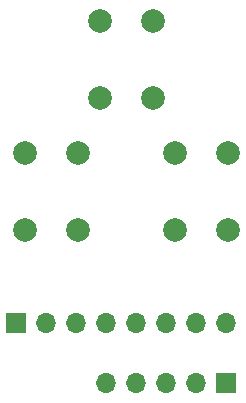
<source format=gbr>
%TF.GenerationSoftware,KiCad,Pcbnew,(6.0.5)*%
%TF.CreationDate,2022-11-12T13:49:09-06:00*%
%TF.ProjectId,remote,72656d6f-7465-42e6-9b69-6361645f7063,rev?*%
%TF.SameCoordinates,Original*%
%TF.FileFunction,Soldermask,Bot*%
%TF.FilePolarity,Negative*%
%FSLAX46Y46*%
G04 Gerber Fmt 4.6, Leading zero omitted, Abs format (unit mm)*
G04 Created by KiCad (PCBNEW (6.0.5)) date 2022-11-12 13:49:09*
%MOMM*%
%LPD*%
G01*
G04 APERTURE LIST*
%ADD10R,1.700000X1.700000*%
%ADD11O,1.700000X1.700000*%
%ADD12C,2.000000*%
G04 APERTURE END LIST*
D10*
%TO.C,J4*%
X101854000Y-135382000D03*
D11*
X99314000Y-135382000D03*
X96774000Y-135382000D03*
X94234000Y-135382000D03*
X91694000Y-135382000D03*
%TD*%
D12*
%TO.C,SW2*%
X97572000Y-115876000D03*
X97572000Y-122376000D03*
X102072000Y-122376000D03*
X102072000Y-115876000D03*
%TD*%
%TO.C,SW3*%
X91222000Y-104700000D03*
X91222000Y-111200000D03*
X95722000Y-111200000D03*
X95722000Y-104700000D03*
%TD*%
D10*
%TO.C,J3*%
X84074000Y-130302000D03*
D11*
X86614000Y-130302000D03*
X89154000Y-130302000D03*
X91694000Y-130302000D03*
X94234000Y-130302000D03*
X96774000Y-130302000D03*
X99314000Y-130302000D03*
X101854000Y-130302000D03*
%TD*%
D12*
%TO.C,SW1*%
X84872000Y-115876000D03*
X84872000Y-122376000D03*
X89372000Y-115876000D03*
X89372000Y-122376000D03*
%TD*%
M02*

</source>
